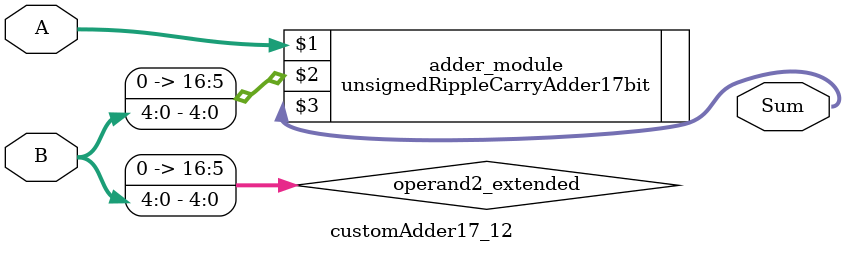
<source format=v>

module customAdder17_12(
                    input [16 : 0] A,
                    input [4 : 0] B,
                    
                    output [17 : 0] Sum
            );

    wire [16 : 0] operand2_extended;
    
    assign operand2_extended =  {12'b0, B};
    
    unsignedRippleCarryAdder17bit adder_module(
        A,
        operand2_extended,
        Sum
    );
    
endmodule
        
</source>
